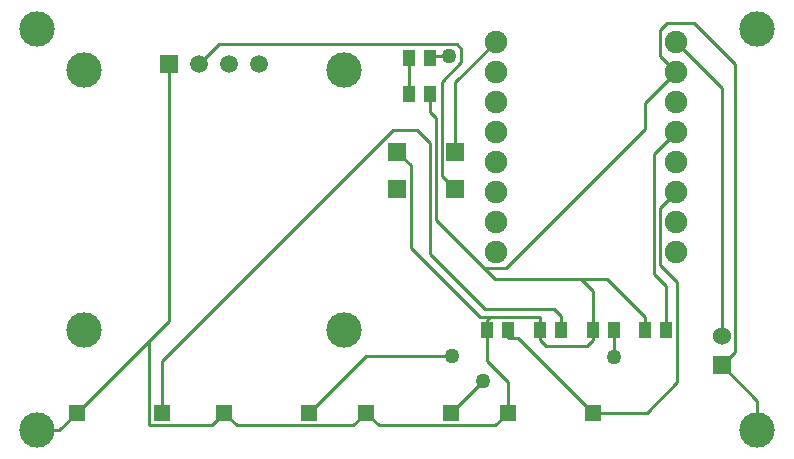
<source format=gtl>
G04*
G04 #@! TF.GenerationSoftware,Altium Limited,Altium Designer,24.7.2 (38)*
G04*
G04 Layer_Physical_Order=1*
G04 Layer_Color=255*
%FSAX44Y44*%
%MOMM*%
G71*
G04*
G04 #@! TF.SameCoordinates,24FF2C46-A417-480C-89B1-4EDC075265FB*
G04*
G04*
G04 #@! TF.FilePolarity,Positive*
G04*
G01*
G75*
%ADD11C,0.2540*%
%ADD15R,1.5000X1.5000*%
%ADD16R,1.1000X1.4000*%
%ADD17R,1.4000X1.4000*%
%ADD28C,3.0000*%
%ADD29R,1.5080X1.5080*%
%ADD30C,1.5080*%
%ADD31R,1.5240X1.5240*%
%ADD32C,1.5240*%
%ADD33C,1.9050*%
%ADD34C,1.2700*%
D11*
X00419000Y00098298D02*
X00427702D01*
X00481084Y00148208D02*
X00502617D01*
X00398780Y00157480D02*
X00408052Y00148208D01*
X00358110Y00198150D02*
X00398780Y00157480D01*
X00395478Y00115824D02*
X00403860D01*
X00353000Y00336550D02*
X00369570D01*
X00168130Y00024130D02*
X00179000Y00035000D01*
X00115062Y00024130D02*
X00168130D01*
X00115062D02*
Y00096062D01*
X00131900Y00112900D01*
Y00330000D01*
X00054000Y00035000D02*
X00115062Y00096062D01*
X00446000Y00105000D02*
Y00115824D01*
X00337058Y00174244D02*
X00395478Y00115824D01*
X00337058Y00174244D02*
Y00244442D01*
X00325500Y00256000D02*
X00337058Y00244442D01*
X00401000Y00105000D02*
Y00112964D01*
X00403860Y00115824D01*
X00446000D01*
X00535000Y00297400D02*
X00561200Y00323600D01*
X00535000Y00275155D02*
Y00297400D01*
X00417325Y00157480D02*
X00535000Y00275155D01*
X00398780Y00157480D02*
X00417325D01*
X00353000Y00289814D02*
X00358110Y00284704D01*
Y00198150D02*
Y00284704D01*
X00502617Y00148208D02*
X00535000Y00115824D01*
Y00105000D02*
Y00115824D01*
X00491000Y00105000D02*
Y00138291D01*
X00481084Y00148208D02*
X00491000Y00138291D01*
X00408052Y00148208D02*
X00481084D01*
X00353000Y00289814D02*
Y00305000D01*
X00600000Y00075000D02*
X00630000Y00045000D01*
Y00020000D02*
Y00045000D01*
X00126000Y00035000D02*
Y00078756D01*
X00321564Y00274320D01*
X00341884D01*
X00352806Y00263398D01*
Y00169622D02*
Y00263398D01*
Y00169622D02*
X00400000Y00122428D01*
X00458412D01*
X00464000Y00116840D01*
Y00105000D02*
Y00116840D01*
X00039000Y00020000D02*
X00054000Y00035000D01*
X00020000Y00020000D02*
X00039000D01*
X00363190Y00235310D02*
X00374500Y00224000D01*
X00363190Y00235310D02*
Y00315184D01*
X00379730Y00331724D01*
Y00342900D01*
X00375920Y00346710D02*
X00379730Y00342900D01*
X00174010Y00346710D02*
X00375920D01*
X00157300Y00330000D02*
X00174010Y00346710D01*
X00561200Y00349000D02*
X00600000Y00310200D01*
Y00100000D02*
Y00310200D01*
X00427702Y00098298D02*
X00491000Y00035000D01*
X00419000Y00098298D02*
Y00105000D01*
X00491000Y00035000D02*
X00536396D01*
X00562356Y00060960D01*
Y00145796D01*
X00547865Y00160287D02*
X00562356Y00145796D01*
X00547865Y00160287D02*
Y00208665D01*
X00561200Y00222000D01*
X00251000Y00035000D02*
X00298958Y00082958D01*
X00371358D01*
X00542785Y00254385D02*
X00561200Y00272800D01*
X00542785Y00152785D02*
Y00254385D01*
Y00152785D02*
X00553000Y00142570D01*
Y00105000D02*
Y00142570D01*
X00179000Y00035000D02*
X00189870Y00024130D01*
X00288130D01*
X00299000Y00035000D01*
X00309870Y00024130D01*
X00408130D01*
X00419000Y00035000D01*
Y00060960D01*
X00401000Y00078960D02*
X00419000Y00060960D01*
X00401000Y00078960D02*
Y00105000D01*
X00446000Y00096520D02*
Y00105000D01*
Y00096520D02*
X00451080Y00091440D01*
X00485920D01*
X00491000Y00096520D01*
Y00105000D01*
X00547624Y00337176D02*
X00561200Y00323600D01*
X00547624Y00337176D02*
Y00359156D01*
X00553720Y00365252D01*
X00576326D01*
X00611632Y00329946D01*
Y00086632D02*
Y00329946D01*
X00600000Y00075000D02*
X00611632Y00086632D01*
X00371000Y00035000D02*
X00397976Y00061976D01*
X00509000Y00081788D02*
Y00105000D01*
X00353000Y00335000D02*
Y00336550D01*
X00335000Y00305000D02*
Y00335000D01*
X00374500Y00256000D02*
Y00314700D01*
X00408800Y00349000D01*
D15*
X00374500Y00256000D02*
D03*
Y00224000D02*
D03*
X00325500D02*
D03*
Y00256000D02*
D03*
D16*
X00353000Y00335000D02*
D03*
X00335000D02*
D03*
Y00305000D02*
D03*
X00353000D02*
D03*
X00401000Y00105000D02*
D03*
X00419000D02*
D03*
X00446000D02*
D03*
X00464000D02*
D03*
X00491000D02*
D03*
X00509000D02*
D03*
X00535000D02*
D03*
X00553000D02*
D03*
D17*
X00419000Y00035000D02*
D03*
X00491000D02*
D03*
X00054000D02*
D03*
X00126000D02*
D03*
X00299000D02*
D03*
X00371000D02*
D03*
X00179000D02*
D03*
X00251000D02*
D03*
D28*
X00630000Y00360000D02*
D03*
Y00020000D02*
D03*
X00020000D02*
D03*
Y00360000D02*
D03*
X00060000Y00325000D02*
D03*
X00280000D02*
D03*
Y00105000D02*
D03*
X00060000D02*
D03*
D29*
X00131900Y00330000D02*
D03*
D30*
X00157300D02*
D03*
X00182700D02*
D03*
X00208100D02*
D03*
D31*
X00600000Y00075000D02*
D03*
D32*
Y00100000D02*
D03*
D33*
X00561200Y00349000D02*
D03*
Y00323600D02*
D03*
Y00298200D02*
D03*
Y00272800D02*
D03*
Y00247400D02*
D03*
Y00222000D02*
D03*
Y00196600D02*
D03*
Y00171200D02*
D03*
X00408800D02*
D03*
Y00196600D02*
D03*
Y00222000D02*
D03*
Y00247400D02*
D03*
Y00272800D02*
D03*
Y00298200D02*
D03*
Y00323600D02*
D03*
Y00349000D02*
D03*
D34*
X00371358Y00082958D02*
D03*
X00397976Y00061976D02*
D03*
X00509000Y00081788D02*
D03*
X00369570Y00336550D02*
D03*
M02*

</source>
